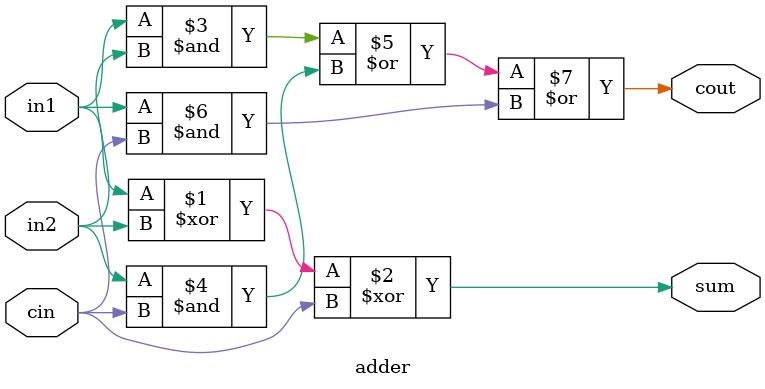
<source format=v>
`timescale 1ns / 1ps


module add_sub(a,b,sum,cout,x,cin);
input a,b,cin,x;
output sum,cout;


reg temp;


always @(*)
begin

if(x ==1'b0)
temp=b;

else
temp= ~b + cin;
end

adder a0(a,temp,cin,sum,cout);

endmodule

module adder(in1,in2,cin,sum,cout);
input in1,in2;
input cin;
output sum;
output cout;

assign sum = in1^in2^cin;
assign cout = (in1&in2) | (in2&cin) | (in1&cin);
endmodule
</source>
